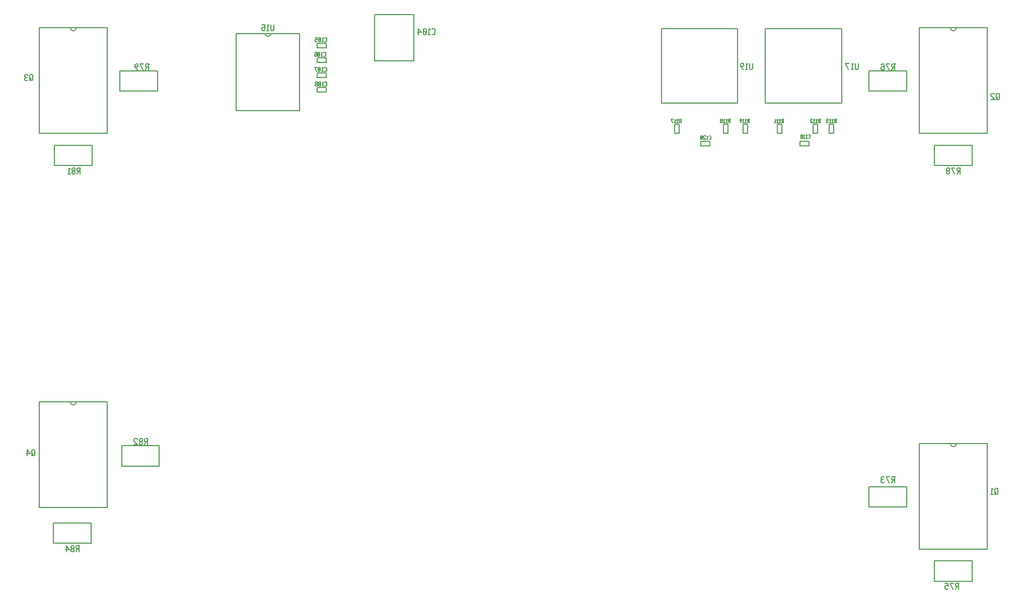
<source format=gbr>
G04 start of page 14 for group -4078 idx -4078 *
G04 Title: DAISI, bottomsilk *
G04 Creator: pcb 20140316 *
G04 CreationDate: Thu 05 Jul 2018 06:59:21 PM GMT UTC *
G04 For: afonsop *
G04 Format: Gerber/RS-274X *
G04 PCB-Dimensions (mil): 6540.00 4540.00 *
G04 PCB-Coordinate-Origin: lower left *
%MOIN*%
%FSLAX25Y25*%
%LNBOTTOMSILK*%
%ADD175C,0.0050*%
%ADD174C,0.0061*%
G54D174*X57933Y188035D02*Y118035D01*
X12933Y188035D02*Y118035D01*
X57933D01*
X12933Y188035D02*X57933D01*
X33465D02*G75*G03X37402Y188035I1969J0D01*G01*
X67587Y159051D02*Y145665D01*
X92390Y159051D02*Y145665D01*
X67587Y159051D02*X92390D01*
X67587Y145665D02*X92390D01*
G54D175*X196803Y425972D02*X202803D01*
X196803D02*Y422972D01*
X202803D01*
Y425972D02*Y422972D01*
X196803Y416130D02*X202803D01*
X196803D02*Y413130D01*
X202803D01*
Y416130D02*Y413130D01*
X196803Y406287D02*X202803D01*
X196803D02*Y403287D01*
X202803D01*
Y406287D02*Y403287D01*
X196803Y396445D02*X202803D01*
X196803D02*Y393445D01*
X202803D01*
Y396445D02*Y393445D01*
G54D174*X185370Y432346D02*Y381165D01*
X143370Y432346D02*Y381165D01*
X185370D01*
X143370Y432346D02*X185370D01*
X162402D02*G75*G03X166339Y432346I1969J0D01*G01*
X23031Y358331D02*Y344945D01*
X47835Y358331D02*Y344945D01*
X23031Y358331D02*X47835D01*
X23031Y344945D02*X47835D01*
X91142Y407543D02*Y394157D01*
X66339Y407543D02*Y394157D01*
X91142D01*
X66339Y407543D02*X91142D01*
X57933Y436067D02*Y366067D01*
X12933Y436067D02*Y366067D01*
X57933D01*
X12933Y436067D02*X57933D01*
X33465D02*G75*G03X37402Y436067I1969J0D01*G01*
X235039Y414039D02*X261024D01*
X235039Y444748D02*X261024D01*
X235039D02*Y414039D01*
X261024Y444748D02*Y414039D01*
Y429394D02*G75*G03X261024Y429394I0J0D01*G01*
X22311Y107870D02*Y94484D01*
X47114Y107870D02*Y94484D01*
X22311Y107870D02*X47114D01*
X22311Y94484D02*X47114D01*
X605709Y82740D02*Y69354D01*
X630512Y82740D02*Y69354D01*
X605709Y82740D02*X630512D01*
X605709Y69354D02*X630512D01*
X640610Y160476D02*Y90476D01*
X595610Y160476D02*Y90476D01*
X640610D01*
X595610Y160476D02*X640610D01*
X616142D02*G75*G03X620079Y160476I1969J0D01*G01*
X562402Y131953D02*Y118567D01*
X587205Y131953D02*Y118567D01*
X562402Y131953D02*X587205D01*
X562402Y118567D02*X587205D01*
X562402Y407543D02*Y394157D01*
X587205Y407543D02*Y394157D01*
X562402Y407543D02*X587205D01*
X562402Y394157D02*X587205D01*
X605709Y358331D02*Y344945D01*
X630512Y358331D02*Y344945D01*
X605709Y358331D02*X630512D01*
X605709Y344945D02*X630512D01*
X640610Y436067D02*Y366067D01*
X595610Y436067D02*Y366067D01*
X640610D01*
X595610Y436067D02*X640610D01*
X616142D02*G75*G03X620079Y436067I1969J0D01*G01*
G54D175*X433539Y372354D02*Y366354D01*
X436539D01*
Y372354D02*Y366354D01*
X433539Y372354D02*X436539D01*
G54D174*X544291Y435496D02*Y386087D01*
X493701Y435496D02*Y386087D01*
X544291D01*
X493701Y435496D02*X544291D01*
G54D175*X478815Y372354D02*Y366354D01*
X481815D01*
Y372354D02*Y366354D01*
X478815Y372354D02*X481815D01*
X466020D02*Y366354D01*
X469020D01*
Y372354D02*Y366354D01*
X466020Y372354D02*X469020D01*
G54D174*X475394Y435496D02*Y386087D01*
X424803Y435496D02*Y386087D01*
X475394D01*
X424803Y435496D02*X475394D01*
G54D175*X535902Y372354D02*Y366354D01*
X538902D01*
Y372354D02*Y366354D01*
X535902Y372354D02*X538902D01*
X525075D02*Y366354D01*
X528075D01*
Y372354D02*Y366354D01*
X525075Y372354D02*X528075D01*
X501453D02*Y366354D01*
X504453D01*
Y372354D02*Y366354D01*
X501453Y372354D02*X504453D01*
X516685Y358012D02*X522685D01*
Y361012D01*
X516685D01*
Y358012D01*
X450740D02*X456740D01*
Y361012D01*
X450740D01*
Y358012D01*
X555118Y409146D02*Y412646D01*
Y409146D02*X554618Y408646D01*
X553618D02*X554618D01*
X553618D02*X553118Y409146D01*
Y412646D01*
X551918Y411846D02*X551118Y412646D01*
Y408646D02*Y412646D01*
X550418Y408646D02*X551918D01*
X548718D02*X546718Y412646D01*
X549218D01*
X529120Y375445D02*X530300D01*
X529120D02*X528825Y375150D01*
Y374560D02*Y375150D01*
X529120Y374265D02*X528825Y374560D01*
X529120Y374265D02*X530005D01*
Y373085D02*Y375445D01*
X529533Y374265D02*X528825Y373085D01*
X528117Y374973D02*X527645Y375445D01*
Y373085D02*Y375445D01*
X527232Y373085D02*X528117D01*
X526524Y374973D02*X526052Y375445D01*
Y373085D02*Y375445D01*
X525639Y373085D02*X526524D01*
X524931Y375150D02*X524636Y375445D01*
X523751D02*X524636D01*
X523751D02*X523456Y375150D01*
Y374560D02*Y375150D01*
X524931Y373085D02*X523456Y374560D01*
Y373085D02*X524931D01*
X522168Y362983D02*X522935D01*
X523348Y363396D02*X522935Y362983D01*
X523348Y363396D02*Y364930D01*
X522935Y365343D01*
X522168D02*X522935D01*
X521460Y364871D02*X520988Y365343D01*
Y362983D02*Y365343D01*
X520575Y362983D02*X521460D01*
X519867Y364871D02*X519395Y365343D01*
Y362983D02*Y365343D01*
X518982Y362983D02*X519867D01*
X518274Y363278D02*X517979Y362983D01*
X518274Y363278D02*Y363750D01*
X517861Y364163D01*
X517507D02*X517861D01*
X517507D02*X517094Y363750D01*
Y363278D02*Y363750D01*
X517389Y362983D02*X517094Y363278D01*
X517389Y362983D02*X517979D01*
X518274Y364576D02*X517861Y364163D01*
X518274Y364576D02*Y365048D01*
X517979Y365343D01*
X517389D02*X517979D01*
X517389D02*X517094Y365048D01*
Y364576D02*Y365048D01*
X517507Y364163D02*X517094Y364576D01*
X436859Y375445D02*X438039D01*
X436859D02*X436564Y375150D01*
Y374560D02*Y375150D01*
X436859Y374265D02*X436564Y374560D01*
X436859Y374265D02*X437744D01*
Y373085D02*Y375445D01*
X437272Y374265D02*X436564Y373085D01*
X435856Y374973D02*X435384Y375445D01*
Y373085D02*Y375445D01*
X434971Y373085D02*X435856D01*
X434263Y374973D02*X433791Y375445D01*
Y373085D02*Y375445D01*
X433378Y373085D02*X434263D01*
X432375D02*X431195Y375445D01*
X432670D01*
X504773D02*X505953D01*
X504773D02*X504478Y375150D01*
Y374560D02*Y375150D01*
X504773Y374265D02*X504478Y374560D01*
X504773Y374265D02*X505658D01*
Y373085D02*Y375445D01*
X505186Y374265D02*X504478Y373085D01*
X503770Y374973D02*X503298Y375445D01*
Y373085D02*Y375445D01*
X502885Y373085D02*X503770D01*
X502177Y374973D02*X501705Y375445D01*
Y373085D02*Y375445D01*
X501292Y373085D02*X502177D01*
X500584Y374973D02*X500112Y375445D01*
Y373085D02*Y375445D01*
X499699Y373085D02*X500584D01*
X469340Y375579D02*X470520D01*
X469340D02*X469045Y375284D01*
Y374694D02*Y375284D01*
X469340Y374399D02*X469045Y374694D01*
X469340Y374399D02*X470225D01*
Y373219D02*Y375579D01*
X469753Y374399D02*X469045Y373219D01*
X468337Y375107D02*X467865Y375579D01*
Y373219D02*Y375579D01*
X467452Y373219D02*X468337D01*
X466744Y375107D02*X466272Y375579D01*
Y373219D02*Y375579D01*
X465859Y373219D02*X466744D01*
X465151Y373514D02*X464856Y373219D01*
X465151Y373514D02*Y373986D01*
X464738Y374399D01*
X464384D02*X464738D01*
X464384D02*X463971Y373986D01*
Y373514D02*Y373986D01*
X464266Y373219D02*X463971Y373514D01*
X464266Y373219D02*X464856D01*
X465151Y374812D02*X464738Y374399D01*
X465151Y374812D02*Y375284D01*
X464856Y375579D01*
X464266D02*X464856D01*
X464266D02*X463971Y375284D01*
Y374812D02*Y375284D01*
X464384Y374399D02*X463971Y374812D01*
X482135Y375579D02*X483315D01*
X482135D02*X481840Y375284D01*
Y374694D02*Y375284D01*
X482135Y374399D02*X481840Y374694D01*
X482135Y374399D02*X483020D01*
Y373219D02*Y375579D01*
X482548Y374399D02*X481840Y373219D01*
X481132Y375107D02*X480660Y375579D01*
Y373219D02*Y375579D01*
X480247Y373219D02*X481132D01*
X479539Y375107D02*X479067Y375579D01*
Y373219D02*Y375579D01*
X478654Y373219D02*X479539D01*
X477651D02*X476766Y374399D01*
Y375284D01*
X477061Y375579D02*X476766Y375284D01*
X477061Y375579D02*X477651D01*
X477946Y375284D02*X477651Y375579D01*
X477946Y374694D02*Y375284D01*
Y374694D02*X477651Y374399D01*
X476766D02*X477651D01*
X485236Y409146D02*Y412646D01*
Y409146D02*X484736Y408646D01*
X483736D02*X484736D01*
X483736D02*X483236Y409146D01*
Y412646D01*
X482036Y411846D02*X481236Y412646D01*
Y408646D02*Y412646D01*
X480536Y408646D02*X482036D01*
X478836D02*X477336Y410646D01*
Y412146D01*
X477836Y412646D02*X477336Y412146D01*
X477836Y412646D02*X478836D01*
X479336Y412146D02*X478836Y412646D01*
X479336Y411146D02*Y412146D01*
Y411146D02*X478836Y410646D01*
X477336D02*X478836D01*
X456418Y362078D02*X457185D01*
X457598Y362491D02*X457185Y362078D01*
X457598Y362491D02*Y364025D01*
X457185Y364438D01*
X456418D02*X457185D01*
X455710Y363966D02*X455238Y364438D01*
Y362078D02*Y364438D01*
X454825Y362078D02*X455710D01*
X454117Y364143D02*X453822Y364438D01*
X452937D02*X453822D01*
X452937D02*X452642Y364143D01*
Y363553D02*Y364143D01*
X454117Y362078D02*X452642Y363553D01*
Y362078D02*X454117D01*
X451934Y362373D02*X451639Y362078D01*
X451934Y362373D02*Y364143D01*
X451639Y364438D01*
X451049D02*X451639D01*
X451049D02*X450754Y364143D01*
Y362373D02*Y364143D01*
X451049Y362078D02*X450754Y362373D01*
X451049Y362078D02*X451639D01*
X451934Y362668D02*X450754Y363848D01*
X539740Y375579D02*X540920D01*
X539740D02*X539445Y375284D01*
Y374694D02*Y375284D01*
X539740Y374399D02*X539445Y374694D01*
X539740Y374399D02*X540625D01*
Y373219D02*Y375579D01*
X540153Y374399D02*X539445Y373219D01*
X538737Y375107D02*X538265Y375579D01*
Y373219D02*Y375579D01*
X537852Y373219D02*X538737D01*
X537144Y375107D02*X536672Y375579D01*
Y373219D02*Y375579D01*
X536259Y373219D02*X537144D01*
X535551Y375284D02*X535256Y375579D01*
X534666D02*X535256D01*
X534666D02*X534371Y375284D01*
X534666Y373219D02*X534371Y373514D01*
X534666Y373219D02*X535256D01*
X535551Y373514D02*X535256Y373219D01*
X534666Y374517D02*X535256D01*
X534371Y374812D02*Y375284D01*
Y373514D02*Y374222D01*
X534666Y374517D01*
X534371Y374812D02*X534666Y374517D01*
X621047Y343295D02*X623047D01*
X621047D02*X620547Y342795D01*
Y341795D02*Y342795D01*
X621047Y341295D02*X620547Y341795D01*
X621047Y341295D02*X622547D01*
Y339295D02*Y343295D01*
X621747Y341295D02*X620547Y339295D01*
X618847D02*X616847Y343295D01*
X619347D01*
X615647Y339795D02*X615147Y339295D01*
X615647Y339795D02*Y340595D01*
X614947Y341295D01*
X614347D02*X614947D01*
X614347D02*X613647Y340595D01*
Y339795D02*Y340595D01*
X614147Y339295D02*X613647Y339795D01*
X614147Y339295D02*X615147D01*
X615647Y341995D02*X614947Y341295D01*
X615647Y341995D02*Y342795D01*
X615147Y343295D01*
X614147D02*X615147D01*
X614147D02*X613647Y342795D01*
Y341995D02*Y342795D01*
X614347Y341295D02*X613647Y341995D01*
X577740Y412193D02*X579740D01*
X577740D02*X577240Y411693D01*
Y410693D02*Y411693D01*
X577740Y410193D02*X577240Y410693D01*
X577740Y410193D02*X579240D01*
Y408193D02*Y412193D01*
X578440Y410193D02*X577240Y408193D01*
X575540D02*X573540Y412193D01*
X576040D01*
X570840D02*X570340Y411693D01*
X570840Y412193D02*X571840D01*
X572340Y411693D02*X571840Y412193D01*
X572340Y408693D02*Y411693D01*
Y408693D02*X571840Y408193D01*
X570840Y410393D02*X570340Y409893D01*
X570840Y410393D02*X572340D01*
X570840Y408193D02*X571840D01*
X570840D02*X570340Y408693D01*
Y409893D01*
X648732Y389193D02*Y392193D01*
X648232Y392693D01*
X647232D02*X648232D01*
X647232D02*X646732Y392193D01*
Y389693D02*Y392193D01*
X647732Y388693D02*X646732Y389693D01*
X647732Y388693D02*X648232D01*
X648732Y389193D02*X648232Y388693D01*
X647732Y390193D02*X646732Y388693D01*
X645532Y392193D02*X645032Y392693D01*
X643532D02*X645032D01*
X643532D02*X643032Y392193D01*
Y391193D02*Y392193D01*
X645532Y388693D02*X643032Y391193D01*
Y388693D02*X645532D01*
X10039Y152866D02*Y155866D01*
X9539Y156366D01*
X8539D02*X9539D01*
X8539D02*X8039Y155866D01*
Y153366D02*Y155866D01*
X9039Y152366D02*X8039Y153366D01*
X9039Y152366D02*X9539D01*
X10039Y152866D02*X9539Y152366D01*
X9039Y153866D02*X8039Y152366D01*
X6839Y153866D02*X4839Y156366D01*
X4339Y153866D02*X6839D01*
X4839Y152366D02*Y156366D01*
X82925Y163700D02*X84925D01*
X82925D02*X82425Y163200D01*
Y162200D02*Y163200D01*
X82925Y161700D02*X82425Y162200D01*
X82925Y161700D02*X84425D01*
Y159700D02*Y163700D01*
X83625Y161700D02*X82425Y159700D01*
X81225Y160200D02*X80725Y159700D01*
X81225Y160200D02*Y161000D01*
X80525Y161700D01*
X79925D02*X80525D01*
X79925D02*X79225Y161000D01*
Y160200D02*Y161000D01*
X79725Y159700D02*X79225Y160200D01*
X79725Y159700D02*X80725D01*
X81225Y162400D02*X80525Y161700D01*
X81225Y162400D02*Y163200D01*
X80725Y163700D01*
X79725D02*X80725D01*
X79725D02*X79225Y163200D01*
Y162400D02*Y163200D01*
X79925Y161700D02*X79225Y162400D01*
X78025Y163200D02*X77525Y163700D01*
X76025D02*X77525D01*
X76025D02*X75525Y163200D01*
Y162200D02*Y163200D01*
X78025Y159700D02*X75525Y162200D01*
Y159700D02*X78025D01*
X37650Y92834D02*X39650D01*
X37650D02*X37150Y92334D01*
Y91334D02*Y92334D01*
X37650Y90834D02*X37150Y91334D01*
X37650Y90834D02*X39150D01*
Y88834D02*Y92834D01*
X38350Y90834D02*X37150Y88834D01*
X35950Y89334D02*X35450Y88834D01*
X35950Y89334D02*Y90134D01*
X35250Y90834D01*
X34650D02*X35250D01*
X34650D02*X33950Y90134D01*
Y89334D02*Y90134D01*
X34450Y88834D02*X33950Y89334D01*
X34450Y88834D02*X35450D01*
X35950Y91534D02*X35250Y90834D01*
X35950Y91534D02*Y92334D01*
X35450Y92834D01*
X34450D02*X35450D01*
X34450D02*X33950Y92334D01*
Y91534D02*Y92334D01*
X34650Y90834D02*X33950Y91534D01*
X32750Y90334D02*X30750Y92834D01*
X30250Y90334D02*X32750D01*
X30750Y88834D02*Y92834D01*
X168189Y434736D02*Y438236D01*
Y434736D02*X167689Y434236D01*
X166689D02*X167689D01*
X166689D02*X166189Y434736D01*
Y438236D01*
X164989Y437436D02*X164189Y438236D01*
Y434236D02*Y438236D01*
X163489Y434236D02*X164989D01*
X160789Y438236D02*X160289Y437736D01*
X160789Y438236D02*X161789D01*
X162289Y437736D02*X161789Y438236D01*
X162289Y434736D02*Y437736D01*
Y434736D02*X161789Y434236D01*
X160789Y436436D02*X160289Y435936D01*
X160789Y436436D02*X162289D01*
X160789Y434236D02*X161789D01*
X160789D02*X160289Y434736D01*
Y435936D01*
X83646Y412193D02*X85646D01*
X83646D02*X83146Y411693D01*
Y410693D02*Y411693D01*
X83646Y410193D02*X83146Y410693D01*
X83646Y410193D02*X85146D01*
Y408193D02*Y412193D01*
X84346Y410193D02*X83146Y408193D01*
X81446D02*X79446Y412193D01*
X81946D01*
X77746Y408193D02*X76246Y410193D01*
Y411693D01*
X76746Y412193D02*X76246Y411693D01*
X76746Y412193D02*X77746D01*
X78246Y411693D02*X77746Y412193D01*
X78246Y410693D02*Y411693D01*
Y410693D02*X77746Y410193D01*
X76246D02*X77746D01*
X8504Y401567D02*Y404567D01*
X8004Y405067D01*
X7004D02*X8004D01*
X7004D02*X6504Y404567D01*
Y402067D02*Y404567D01*
X7504Y401067D02*X6504Y402067D01*
X7504Y401067D02*X8004D01*
X8504Y401567D02*X8004Y401067D01*
X7504Y402567D02*X6504Y401067D01*
X5304Y404567D02*X4804Y405067D01*
X3804D02*X4804D01*
X3804D02*X3304Y404567D01*
X3804Y401067D02*X3304Y401567D01*
X3804Y401067D02*X4804D01*
X5304Y401567D02*X4804Y401067D01*
X3804Y403267D02*X4804D01*
X3304Y403767D02*Y404567D01*
Y401567D02*Y402767D01*
X3804Y403267D01*
X3304Y403767D02*X3804Y403267D01*
X38370Y343295D02*X40370D01*
X38370D02*X37870Y342795D01*
Y341795D02*Y342795D01*
X38370Y341295D02*X37870Y341795D01*
X38370Y341295D02*X39870D01*
Y339295D02*Y343295D01*
X39070Y341295D02*X37870Y339295D01*
X36670Y339795D02*X36170Y339295D01*
X36670Y339795D02*Y340595D01*
X35970Y341295D01*
X35370D02*X35970D01*
X35370D02*X34670Y340595D01*
Y339795D02*Y340595D01*
X35170Y339295D02*X34670Y339795D01*
X35170Y339295D02*X36170D01*
X36670Y341995D02*X35970Y341295D01*
X36670Y341995D02*Y342795D01*
X36170Y343295D01*
X35170D02*X36170D01*
X35170D02*X34670Y342795D01*
Y341995D02*Y342795D01*
X35370Y341295D02*X34670Y341995D01*
X33470Y342495D02*X32670Y343295D01*
Y339295D02*Y343295D01*
X31970Y339295D02*X33470D01*
X619984Y67980D02*X621984D01*
X619984D02*X619484Y67480D01*
Y66480D02*Y67480D01*
X619984Y65980D02*X619484Y66480D01*
X619984Y65980D02*X621484D01*
Y63980D02*Y67980D01*
X620684Y65980D02*X619484Y63980D01*
X617784D02*X615784Y67980D01*
X618284D01*
X612584D02*X614584D01*
Y65980D02*Y67980D01*
Y65980D02*X614084Y66480D01*
X613084D02*X614084D01*
X613084D02*X612584Y65980D01*
Y64480D02*Y65980D01*
X613084Y63980D02*X612584Y64480D01*
X613084Y63980D02*X614084D01*
X614584Y64480D02*X614084Y63980D01*
X647732Y127382D02*Y130382D01*
X647232Y130882D01*
X646232D02*X647232D01*
X646232D02*X645732Y130382D01*
Y127882D02*Y130382D01*
X646732Y126882D02*X645732Y127882D01*
X646732Y126882D02*X647232D01*
X647732Y127382D02*X647232Y126882D01*
X646732Y128382D02*X645732Y126882D01*
X644532Y130082D02*X643732Y130882D01*
Y126882D02*Y130882D01*
X643032Y126882D02*X644532D01*
X577740Y138571D02*X579740D01*
X577740D02*X577240Y138071D01*
Y137071D02*Y138071D01*
X577740Y136571D02*X577240Y137071D01*
X577740Y136571D02*X579240D01*
Y134571D02*Y138571D01*
X578440Y136571D02*X577240Y134571D01*
X575540D02*X573540Y138571D01*
X576040D01*
X572340Y138071D02*X571840Y138571D01*
X570840D02*X571840D01*
X570840D02*X570340Y138071D01*
X570840Y134571D02*X570340Y135071D01*
X570840Y134571D02*X571840D01*
X572340Y135071D02*X571840Y134571D01*
X570840Y136771D02*X571840D01*
X570340Y137271D02*Y138071D01*
Y135071D02*Y136271D01*
X570840Y136771D01*
X570340Y137271D02*X570840Y136771D01*
X201935Y426932D02*X202832D01*
X203315Y427415D02*X202832Y426932D01*
X203315Y427415D02*Y429209D01*
X202832Y429692D01*
X201935D02*X202832D01*
X201107Y429140D02*X200555Y429692D01*
Y426932D02*Y429692D01*
X200072Y426932D02*X201107D01*
X199244Y427277D02*X198899Y426932D01*
X199244Y427277D02*Y429347D01*
X198899Y429692D01*
X198209D02*X198899D01*
X198209D02*X197864Y429347D01*
Y427277D02*Y429347D01*
X198209Y426932D02*X197864Y427277D01*
X198209Y426932D02*X198899D01*
X199244Y427622D02*X197864Y429002D01*
X195656Y429692D02*X197036D01*
Y428312D02*Y429692D01*
Y428312D02*X196691Y428657D01*
X196001D02*X196691D01*
X196001D02*X195656Y428312D01*
Y427277D02*Y428312D01*
X196001Y426932D02*X195656Y427277D01*
X196001Y426932D02*X196691D01*
X197036Y427277D02*X196691Y426932D01*
X201351Y417168D02*X202248D01*
X202731Y417651D02*X202248Y417168D01*
X202731Y417651D02*Y419445D01*
X202248Y419928D01*
X201351D02*X202248D01*
X200523Y419376D02*X199971Y419928D01*
Y417168D02*Y419928D01*
X199488Y417168D02*X200523D01*
X198660Y417513D02*X198315Y417168D01*
X198660Y417513D02*Y419583D01*
X198315Y419928D01*
X197625D02*X198315D01*
X197625D02*X197280Y419583D01*
Y417513D02*Y419583D01*
X197625Y417168D02*X197280Y417513D01*
X197625Y417168D02*X198315D01*
X198660Y417858D02*X197280Y419238D01*
X195417Y419928D02*X195072Y419583D01*
X195417Y419928D02*X196107D01*
X196452Y419583D02*X196107Y419928D01*
X196452Y417513D02*Y419583D01*
Y417513D02*X196107Y417168D01*
X195417Y418686D02*X195072Y418341D01*
X195417Y418686D02*X196452D01*
X195417Y417168D02*X196107D01*
X195417D02*X195072Y417513D01*
Y418341D01*
X201705Y407207D02*X202602D01*
X203085Y407690D02*X202602Y407207D01*
X203085Y407690D02*Y409484D01*
X202602Y409967D01*
X201705D02*X202602D01*
X200877Y409415D02*X200325Y409967D01*
Y407207D02*Y409967D01*
X199842Y407207D02*X200877D01*
X199014Y407552D02*X198669Y407207D01*
X199014Y407552D02*Y409622D01*
X198669Y409967D01*
X197979D02*X198669D01*
X197979D02*X197634Y409622D01*
Y407552D02*Y409622D01*
X197979Y407207D02*X197634Y407552D01*
X197979Y407207D02*X198669D01*
X199014Y407897D02*X197634Y409277D01*
X196461Y407207D02*X195081Y409967D01*
X196806D01*
X202014Y397522D02*X202911D01*
X203394Y398005D02*X202911Y397522D01*
X203394Y398005D02*Y399799D01*
X202911Y400282D01*
X202014D02*X202911D01*
X201186Y399730D02*X200634Y400282D01*
Y397522D02*Y400282D01*
X200151Y397522D02*X201186D01*
X199323Y397867D02*X198978Y397522D01*
X199323Y397867D02*Y399937D01*
X198978Y400282D01*
X198288D02*X198978D01*
X198288D02*X197943Y399937D01*
Y397867D02*Y399937D01*
X198288Y397522D02*X197943Y397867D01*
X198288Y397522D02*X198978D01*
X199323Y398212D02*X197943Y399592D01*
X197115Y397867D02*X196770Y397522D01*
X197115Y397867D02*Y398419D01*
X196632Y398902D01*
X196218D02*X196632D01*
X196218D02*X195735Y398419D01*
Y397867D02*Y398419D01*
X196080Y397522D02*X195735Y397867D01*
X196080Y397522D02*X196770D01*
X197115Y399385D02*X196632Y398902D01*
X197115Y399385D02*Y399937D01*
X196770Y400282D01*
X196080D02*X196770D01*
X196080D02*X195735Y399937D01*
Y399385D02*Y399937D01*
X196218Y398902D02*X195735Y399385D01*
X273000Y431677D02*X274300D01*
X275000Y432377D02*X274300Y431677D01*
X275000Y432377D02*Y434977D01*
X274300Y435677D01*
X273000D02*X274300D01*
X271800Y434877D02*X271000Y435677D01*
Y431677D02*Y435677D01*
X270300Y431677D02*X271800D01*
X269100Y432177D02*X268600Y431677D01*
X269100Y432177D02*Y435177D01*
X268600Y435677D01*
X267600D02*X268600D01*
X267600D02*X267100Y435177D01*
Y432177D02*Y435177D01*
X267600Y431677D02*X267100Y432177D01*
X267600Y431677D02*X268600D01*
X269100Y432677D02*X267100Y434677D01*
X265900Y433177D02*X263900Y435677D01*
X263400Y433177D02*X265900D01*
X263900Y431677D02*Y435677D01*
M02*

</source>
